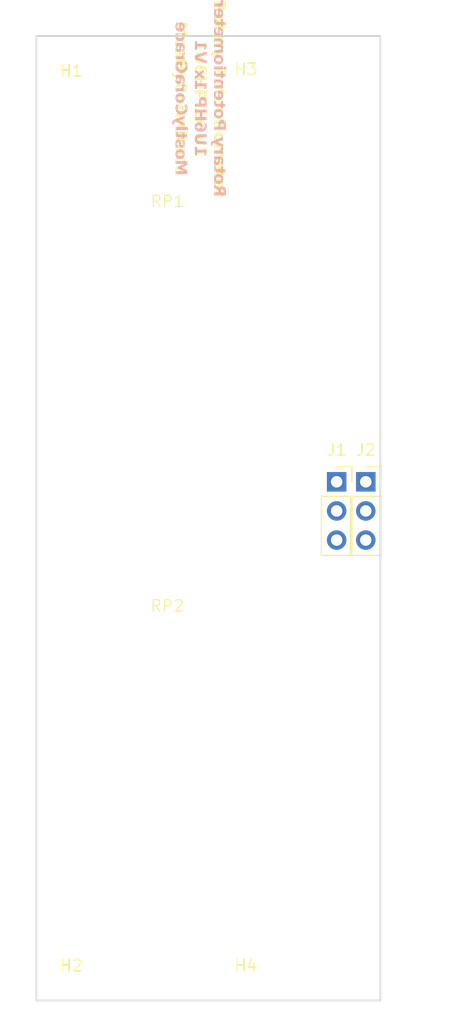
<source format=kicad_pcb>
(kicad_pcb (version 20240108) (generator "pcbnew") (generator_version "8.0")
  (layers (0 "F.Cu" signal) (31 "B.Cu" signal) (34 "B.Paste" user) (35 "F.Paste" user) (36 "B.SilkS" user "B.Silkscreen") (37 "F.SilkS" user "F.Silkscreen") (38 "B.Mask" user) (39 "F.Mask" user) (44 "Edge.Cuts" user))
  (net 0 "")
  (footprint "EXC:MountingHole_3.2mm_M3" (layer "F.Cu") (at 22.86 83.475)
    (property "Reference" "H4" (at -4.572 -0.036 0) (layer "F.SilkS"))
    (property "Value" "Eurorack_M3_MountingHole")
    (pad "" np_thru_hole oval (at 0 0) (size 4.8 3.2) (drill oval 4.8 3.2) (layers "F&B.Cu" "*.Mask"))
  )
  (footprint "EXC:MountingHole_3.2mm_M3" (layer "F.Cu") (at 7.62 5.425)
    (property "Reference" "H1" (at -4.572 0.036 0) (layer "F.SilkS"))
    (property "Value" "Eurorack_M3_MountingHole")
    (pad "" np_thru_hole oval (at 0 0) (size 4.8 3.2) (drill oval 4.8 3.2) (layers "F&B.Cu" "*.Mask"))
  )
  (footprint "Connector_PinSocket_2.54mm:PinSocket_1x03_P2.54mm_Vertical" (layer "F.Cu") (at 28.73 41.275)
    (property "Reference" "J2" (at 0 -2.77 0) (layer "F.SilkS"))
    (property "Value" "Conn_01x03_Socket")
    (fp_line (start -1.33 1.27) (end -1.33 6.41) (stroke (width 0.12)) (layer "F.SilkS"))
    (fp_line (start -1.33 1.27) (end 1.33 1.27) (stroke (width 0.12)) (layer "F.SilkS"))
    (fp_line (start -1.33 6.41) (end 1.33 6.41) (stroke (width 0.12)) (layer "F.SilkS"))
    (fp_line (start 0 -1.33) (end 1.33 -1.33) (stroke (width 0.12)) (layer "F.SilkS"))
    (fp_line (start 1.33 -1.33) (end 1.33 0) (stroke (width 0.12)) (layer "F.SilkS"))
    (fp_line (start 1.33 1.27) (end 1.33 6.41) (stroke (width 0.12)) (layer "F.SilkS"))
    (pad "1" thru_hole rect (at 0 0) (size 1.7 1.7) (drill 1) (layers "*.Cu" "*.Mask"))
    (pad "2" thru_hole oval (at 0 2.54) (size 1.7 1.7) (drill 1) (layers "*.Cu" "*.Mask"))
    (pad "3" thru_hole oval (at 0 5.08) (size 1.7 1.7) (drill 1) (layers "*.Cu" "*.Mask"))
  )
  (footprint "Connector_PinSocket_2.54mm:PinSocket_1x03_P2.54mm_Vertical" (layer "F.Cu") (at 26.19 41.275)
    (property "Reference" "J1" (at 0 -2.77 0) (layer "F.SilkS"))
    (property "Value" "Conn_01x03_Socket")
    (fp_line (start -1.33 1.27) (end -1.33 6.41) (stroke (width 0.12)) (layer "F.SilkS"))
    (fp_line (start -1.33 1.27) (end 1.33 1.27) (stroke (width 0.12)) (layer "F.SilkS"))
    (fp_line (start -1.33 6.41) (end 1.33 6.41) (stroke (width 0.12)) (layer "F.SilkS"))
    (fp_line (start 0 -1.33) (end 1.33 -1.33) (stroke (width 0.12)) (layer "F.SilkS"))
    (fp_line (start 1.33 -1.33) (end 1.33 0) (stroke (width 0.12)) (layer "F.SilkS"))
    (fp_line (start 1.33 1.27) (end 1.33 6.41) (stroke (width 0.12)) (layer "F.SilkS"))
    (pad "1" thru_hole rect (at 0 0) (size 1.7 1.7) (drill 1) (layers "*.Cu" "*.Mask"))
    (pad "2" thru_hole oval (at 0 2.54) (size 1.7 1.7) (drill 1) (layers "*.Cu" "*.Mask"))
    (pad "3" thru_hole oval (at 0 5.08) (size 1.7 1.7) (drill 1) (layers "*.Cu" "*.Mask"))
  )
  (footprint "EXC:MountingHole_3.2mm_M3" (layer "F.Cu") (at 22.86 5.425)
    (property "Reference" "H3" (at -4.572 -0.091 0) (layer "F.SilkS"))
    (property "Value" "Eurorack_M3_MountingHole")
    (pad "" np_thru_hole oval (at 0 0) (size 4.8 3.2) (drill oval 4.8 3.2) (layers "F&B.Cu" "*.Mask"))
  )
  (footprint "EXC:Rotary_Potentiometer_M7_Panel_Mount" (layer "F.Cu") (at 11.43 26.8375)
    (property "Reference" "RP1" (at 0 -10 0) (layer "F.SilkS") (effects (font (thickness 0.1))))
    (property "Value" "M7_Panel_Mount_Rotary_Potentiometer")
    (pad "" np_thru_hole circle (at 0 0) (size 7.5 7.5) (drill 7.5) (layers "F&B.Cu" "*.Mask"))
    (pad "" np_thru_hole circle (at 0 7.8) (size 3 3) (drill 3) (layers "F&B.Cu" "*.Mask"))
  )
  (footprint "EXC:MountingHole_3.2mm_M3" (layer "F.Cu") (at 7.62 83.475)
    (property "Reference" "H2" (at -4.572 -0.036 0) (layer "F.SilkS"))
    (property "Value" "Eurorack_M3_MountingHole")
    (pad "" np_thru_hole oval (at 0 0) (size 4.8 3.2) (drill oval 4.8 3.2) (layers "F&B.Cu" "*.Mask"))
  )
  (footprint "EXC:Rotary_Potentiometer_M7_Panel_Mount" (layer "F.Cu") (at 11.43 62.0875)
    (property "Reference" "RP2" (at 0 -10 0) (layer "F.SilkS") (effects (font (thickness 0.1))))
    (property "Value" "M7_Panel_Mount_Rotary_Potentiometer")
    (pad "" np_thru_hole circle (at 0 0) (size 7.5 7.5) (drill 7.5) (layers "F&B.Cu" "*.Mask"))
    (pad "" np_thru_hole circle (at 0 7.8) (size 3 3) (drill 3) (layers "F&B.Cu" "*.Mask"))
  )
  (gr_rect (start 0 2.425) (end 30 86.475) (stroke (width 0.15)) (fill none) (layer "Edge.Cuts"))
  (gr_text "Rotary Potentiometer\n1U6HP 1x V1\nMostlyCoraGrace" (at 16.51 7.874 270) (layer "B.SilkS") (effects (font (size 1 1) (thickness 0.25) (bold yes)) (justify top mirror)))
  (gr_text "Rotary Potentiometer\n1U6HP 1x V1\nMostlyCoraGrace" (at 16.51 7.874 270) (layer "F.SilkS") (effects (font (size 1 1) (thickness 0.25) (bold yes)) (justify top)))
)
</source>
